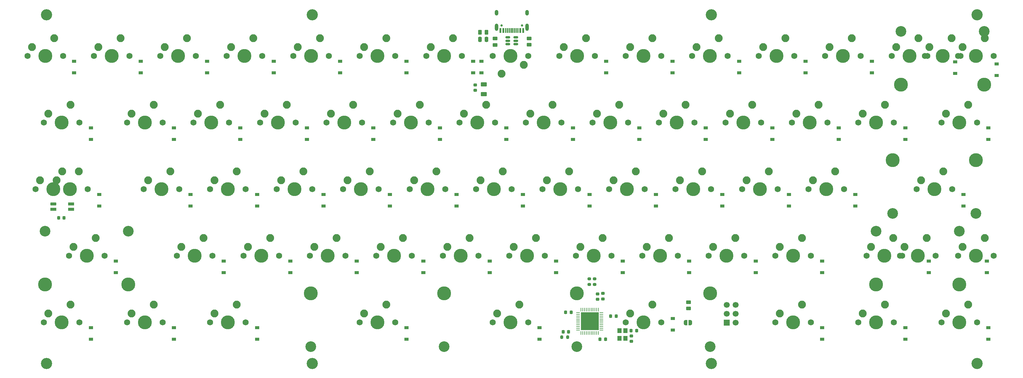
<source format=gbr>
%TF.GenerationSoftware,KiCad,Pcbnew,(6.0.4)*%
%TF.CreationDate,2022-05-28T14:43:12-04:00*%
%TF.ProjectId,keyboard,6b657962-6f61-4726-942e-6b696361645f,rev?*%
%TF.SameCoordinates,Original*%
%TF.FileFunction,Soldermask,Bot*%
%TF.FilePolarity,Negative*%
%FSLAX46Y46*%
G04 Gerber Fmt 4.6, Leading zero omitted, Abs format (unit mm)*
G04 Created by KiCad (PCBNEW (6.0.4)) date 2022-05-28 14:43:12*
%MOMM*%
%LPD*%
G01*
G04 APERTURE LIST*
G04 Aperture macros list*
%AMRoundRect*
0 Rectangle with rounded corners*
0 $1 Rounding radius*
0 $2 $3 $4 $5 $6 $7 $8 $9 X,Y pos of 4 corners*
0 Add a 4 corners polygon primitive as box body*
4,1,4,$2,$3,$4,$5,$6,$7,$8,$9,$2,$3,0*
0 Add four circle primitives for the rounded corners*
1,1,$1+$1,$2,$3*
1,1,$1+$1,$4,$5*
1,1,$1+$1,$6,$7*
1,1,$1+$1,$8,$9*
0 Add four rect primitives between the rounded corners*
20,1,$1+$1,$2,$3,$4,$5,0*
20,1,$1+$1,$4,$5,$6,$7,0*
20,1,$1+$1,$6,$7,$8,$9,0*
20,1,$1+$1,$8,$9,$2,$3,0*%
%AMFreePoly0*
4,1,22,0.500000,-0.750000,0.000000,-0.750000,0.000000,-0.745033,-0.079941,-0.743568,-0.215256,-0.701293,-0.333266,-0.622738,-0.424486,-0.514219,-0.481581,-0.384460,-0.499164,-0.250000,-0.500000,-0.250000,-0.500000,0.250000,-0.499164,0.250000,-0.499963,0.256109,-0.478152,0.396186,-0.417904,0.524511,-0.324060,0.630769,-0.204165,0.706417,-0.067858,0.745374,0.000000,0.744959,0.000000,0.750000,
0.500000,0.750000,0.500000,-0.750000,0.500000,-0.750000,$1*%
%AMFreePoly1*
4,1,20,0.000000,0.744959,0.073905,0.744508,0.209726,0.703889,0.328688,0.626782,0.421226,0.519385,0.479903,0.390333,0.500000,0.250000,0.500000,-0.250000,0.499851,-0.262216,0.476331,-0.402017,0.414519,-0.529596,0.319384,-0.634700,0.198574,-0.708877,0.061801,-0.746166,0.000000,-0.745033,0.000000,-0.750000,-0.500000,-0.750000,-0.500000,0.750000,0.000000,0.750000,0.000000,0.744959,
0.000000,0.744959,$1*%
G04 Aperture macros list end*
%ADD10FreePoly0,0.000000*%
%ADD11FreePoly1,0.000000*%
%ADD12C,3.200000*%
%ADD13C,2.250000*%
%ADD14C,1.750000*%
%ADD15C,3.987800*%
%ADD16C,3.048000*%
%ADD17R,1.700000X1.700000*%
%ADD18C,1.700000*%
%ADD19RoundRect,0.225000X-0.225000X-0.250000X0.225000X-0.250000X0.225000X0.250000X-0.225000X0.250000X0*%
%ADD20RoundRect,0.225000X0.225000X0.250000X-0.225000X0.250000X-0.225000X-0.250000X0.225000X-0.250000X0*%
%ADD21RoundRect,0.225000X0.250000X-0.225000X0.250000X0.225000X-0.250000X0.225000X-0.250000X-0.225000X0*%
%ADD22RoundRect,0.225000X-0.250000X0.225000X-0.250000X-0.225000X0.250000X-0.225000X0.250000X0.225000X0*%
%ADD23RoundRect,0.250000X-0.450000X0.262500X-0.450000X-0.262500X0.450000X-0.262500X0.450000X0.262500X0*%
%ADD24RoundRect,0.250000X0.450000X-0.262500X0.450000X0.262500X-0.450000X0.262500X-0.450000X-0.262500X0*%
%ADD25RoundRect,0.200000X0.275000X-0.200000X0.275000X0.200000X-0.275000X0.200000X-0.275000X-0.200000X0*%
%ADD26RoundRect,0.200000X-0.200000X-0.275000X0.200000X-0.275000X0.200000X0.275000X-0.200000X0.275000X0*%
%ADD27RoundRect,0.250000X0.625000X-0.375000X0.625000X0.375000X-0.625000X0.375000X-0.625000X-0.375000X0*%
%ADD28O,1.000000X2.100000*%
%ADD29O,1.000000X1.600000*%
%ADD30R,0.600000X1.450000*%
%ADD31R,0.300000X1.450000*%
%ADD32C,0.650000*%
%ADD33RoundRect,0.250000X-0.250000X-0.475000X0.250000X-0.475000X0.250000X0.475000X-0.250000X0.475000X0*%
%ADD34RoundRect,0.250000X-0.262500X-0.450000X0.262500X-0.450000X0.262500X0.450000X-0.262500X0.450000X0*%
%ADD35R,5.200000X5.200000*%
%ADD36RoundRect,0.062500X-0.475000X0.062500X-0.475000X-0.062500X0.475000X-0.062500X0.475000X0.062500X0*%
%ADD37RoundRect,0.062500X-0.062500X0.475000X-0.062500X-0.475000X0.062500X-0.475000X0.062500X0.475000X0*%
%ADD38R,1.200000X1.400000*%
%ADD39R,1.200000X0.900000*%
%ADD40R,1.700000X0.820000*%
%ADD41RoundRect,0.205000X0.645000X0.205000X-0.645000X0.205000X-0.645000X-0.205000X0.645000X-0.205000X0*%
%ADD42RoundRect,0.150000X0.512500X0.150000X-0.512500X0.150000X-0.512500X-0.150000X0.512500X-0.150000X0*%
G04 APERTURE END LIST*
D10*
%TO.C,JP1*%
X192550000Y-85850000D03*
D11*
X193850000Y-85850000D03*
%TD*%
D12*
%TO.C,M7*%
X199871000Y2255000D03*
%TD*%
%TO.C,M8*%
X275871000Y2255000D03*
%TD*%
%TO.C,M6*%
X85871000Y2255000D03*
%TD*%
%TO.C,M5*%
X9871000Y2255000D03*
%TD*%
%TO.C,M1*%
X9871000Y-97495000D03*
%TD*%
%TO.C,M2*%
X85871000Y-97495000D03*
%TD*%
%TO.C,M3*%
X199871000Y-97495000D03*
%TD*%
%TO.C,M4*%
X275871000Y-97495000D03*
%TD*%
D13*
%TO.C,K10*%
X164040000Y-4445000D03*
X157690000Y-6985000D03*
D14*
X156420000Y-9525000D03*
D15*
X161500000Y-9525000D03*
D14*
X166580000Y-9525000D03*
%TD*%
D13*
%TO.C,K29*%
X273290000Y-23495000D03*
X266940000Y-26035000D03*
D14*
X265670000Y-28575000D03*
D15*
X270750000Y-28575000D03*
D14*
X275830000Y-28575000D03*
%TD*%
D13*
%TO.C,K9*%
X139960000Y-14605000D03*
X146310000Y-12065000D03*
D14*
X137420000Y-9525000D03*
D15*
X142500000Y-9525000D03*
D14*
X147580000Y-9525000D03*
%TD*%
D13*
%TO.C,K2*%
X12065000Y-4445000D03*
X5715000Y-6985000D03*
D14*
X4445000Y-9525000D03*
D15*
X9525000Y-9525000D03*
D14*
X14605000Y-9525000D03*
%TD*%
D13*
%TO.C,K5*%
X69040000Y-4445000D03*
X62690000Y-6985000D03*
D14*
X61420000Y-9525000D03*
D15*
X66500000Y-9525000D03*
D14*
X71580000Y-9525000D03*
%TD*%
D13*
%TO.C,K11*%
X183040000Y-4445000D03*
X176690000Y-6985000D03*
D14*
X175420000Y-9525000D03*
X185580000Y-9525000D03*
D15*
X180500000Y-9525000D03*
%TD*%
D13*
%TO.C,MX2*%
X19165000Y-42545000D03*
X12815000Y-45085000D03*
D14*
X11545000Y-47625000D03*
D15*
X16625000Y-47625000D03*
D14*
X21705000Y-47625000D03*
%TD*%
D13*
%TO.C,K54*%
X206790000Y-61595000D03*
X200440000Y-64135000D03*
D15*
X204250000Y-66675000D03*
D14*
X209330000Y-66675000D03*
X199170000Y-66675000D03*
%TD*%
D13*
%TO.C,K66*%
X225790000Y-80645000D03*
X219440000Y-83185000D03*
D15*
X223250000Y-85725000D03*
D14*
X228330000Y-85725000D03*
X218170000Y-85725000D03*
%TD*%
D13*
%TO.C,K35*%
X102290000Y-42545000D03*
X95940000Y-45085000D03*
D14*
X104830000Y-47625000D03*
X94670000Y-47625000D03*
D15*
X99750000Y-47625000D03*
%TD*%
D13*
%TO.C,K43*%
X266165000Y-42545000D03*
X259815000Y-45085000D03*
D15*
X275531250Y-39370000D03*
D16*
X251718750Y-54610000D03*
D15*
X251718750Y-39370000D03*
D16*
X275531250Y-54610000D03*
D15*
X263625000Y-47625000D03*
D14*
X258545000Y-47625000D03*
X268705000Y-47625000D03*
%TD*%
D13*
%TO.C,K16*%
X16790000Y-23495000D03*
X10440000Y-26035000D03*
D15*
X14250000Y-28575000D03*
D14*
X19330000Y-28575000D03*
X9170000Y-28575000D03*
%TD*%
D13*
%TO.C,K47*%
X73790000Y-61595000D03*
X67440000Y-64135000D03*
D14*
X76330000Y-66675000D03*
X66170000Y-66675000D03*
D15*
X71250000Y-66675000D03*
%TD*%
D13*
%TO.C,K63*%
X107040000Y-80645000D03*
X100690000Y-83185000D03*
D15*
X85450000Y-77470000D03*
D16*
X85450000Y-92710000D03*
D15*
X104500000Y-85725000D03*
D14*
X99420000Y-85725000D03*
D16*
X123550000Y-92710000D03*
D14*
X109580000Y-85725000D03*
D15*
X123550000Y-77470000D03*
%TD*%
D13*
%TO.C,K22*%
X135540000Y-23495000D03*
X129190000Y-26035000D03*
D15*
X133000000Y-28575000D03*
D14*
X127920000Y-28575000D03*
X138080000Y-28575000D03*
%TD*%
D13*
%TO.C,K26*%
X211540000Y-23495000D03*
X205190000Y-26035000D03*
D14*
X214080000Y-28575000D03*
X203920000Y-28575000D03*
D15*
X209000000Y-28575000D03*
%TD*%
D13*
%TO.C,K53*%
X187790000Y-61595000D03*
X181440000Y-64135000D03*
D14*
X190330000Y-66675000D03*
X180170000Y-66675000D03*
D15*
X185250000Y-66675000D03*
%TD*%
D13*
%TO.C,K15*%
X259040000Y-4445000D03*
X252690000Y-6985000D03*
D15*
X256500000Y-9525000D03*
D14*
X261580000Y-9525000D03*
X251420000Y-9525000D03*
%TD*%
D13*
%TO.C,K32*%
X45290000Y-42545000D03*
X38940000Y-45085000D03*
D14*
X37670000Y-47625000D03*
D15*
X42750000Y-47625000D03*
D14*
X47830000Y-47625000D03*
%TD*%
D13*
%TO.C,K65*%
X183040000Y-80645000D03*
X176690000Y-83185000D03*
D15*
X199550000Y-77470000D03*
D16*
X199550000Y-92710000D03*
D14*
X175420000Y-85725000D03*
D16*
X161450000Y-92710000D03*
D15*
X161450000Y-77470000D03*
D14*
X185580000Y-85725000D03*
D15*
X180500000Y-85725000D03*
%TD*%
D13*
%TO.C,K37*%
X140290000Y-42545000D03*
X133940000Y-45085000D03*
D14*
X142830000Y-47625000D03*
D15*
X137750000Y-47625000D03*
D14*
X132670000Y-47625000D03*
%TD*%
D13*
%TO.C,K24*%
X173540000Y-23495000D03*
X167190000Y-26035000D03*
D15*
X171000000Y-28575000D03*
D14*
X165920000Y-28575000D03*
X176080000Y-28575000D03*
%TD*%
D13*
%TO.C,K14*%
X240040000Y-4445000D03*
X233690000Y-6985000D03*
D14*
X242580000Y-9525000D03*
D15*
X237500000Y-9525000D03*
D14*
X232420000Y-9525000D03*
%TD*%
D13*
%TO.C,K52*%
X168790000Y-61595000D03*
X162440000Y-64135000D03*
D14*
X171330000Y-66675000D03*
D15*
X166250000Y-66675000D03*
D14*
X161170000Y-66675000D03*
%TD*%
D13*
%TO.C,K12*%
X202040000Y-4445000D03*
X195690000Y-6985000D03*
D15*
X199500000Y-9525000D03*
D14*
X204580000Y-9525000D03*
X194420000Y-9525000D03*
%TD*%
D13*
%TO.C,K39*%
X178290000Y-42545000D03*
X171940000Y-45085000D03*
D14*
X170670000Y-47625000D03*
D15*
X175750000Y-47625000D03*
D14*
X180830000Y-47625000D03*
%TD*%
D13*
%TO.C,K40*%
X197290000Y-42545000D03*
X190940000Y-45085000D03*
D14*
X199830000Y-47625000D03*
X189670000Y-47625000D03*
D15*
X194750000Y-47625000D03*
%TD*%
D13*
%TO.C,K61*%
X40540000Y-80645000D03*
X34190000Y-83185000D03*
D14*
X32920000Y-85725000D03*
D15*
X38000000Y-85725000D03*
D14*
X43080000Y-85725000D03*
%TD*%
D13*
%TO.C,K21*%
X116540000Y-23495000D03*
X110190000Y-26035000D03*
D14*
X108920000Y-28575000D03*
X119080000Y-28575000D03*
D15*
X114000000Y-28575000D03*
%TD*%
D13*
%TO.C,K46*%
X54790000Y-61595000D03*
X48440000Y-64135000D03*
D14*
X47170000Y-66675000D03*
D15*
X52250000Y-66675000D03*
D14*
X57330000Y-66675000D03*
%TD*%
D13*
%TO.C,K17*%
X40540000Y-23495000D03*
X34190000Y-26035000D03*
D15*
X38000000Y-28575000D03*
D14*
X43080000Y-28575000D03*
X32920000Y-28575000D03*
%TD*%
D13*
%TO.C,K28*%
X249540000Y-23495000D03*
X243190000Y-26035000D03*
D15*
X247000000Y-28575000D03*
D14*
X252080000Y-28575000D03*
X241920000Y-28575000D03*
%TD*%
D13*
%TO.C,K33*%
X64290000Y-42545000D03*
X57940000Y-45085000D03*
D15*
X61750000Y-47625000D03*
D14*
X56670000Y-47625000D03*
X66830000Y-47625000D03*
%TD*%
D13*
%TO.C,K57*%
X278040000Y-61595000D03*
X271690000Y-64135000D03*
D14*
X280580000Y-66675000D03*
D15*
X275500000Y-66675000D03*
D14*
X270420000Y-66675000D03*
%TD*%
D13*
%TO.C,K20*%
X97540000Y-23495000D03*
X91190000Y-26035000D03*
D14*
X100080000Y-28575000D03*
X89920000Y-28575000D03*
D15*
X95000000Y-28575000D03*
%TD*%
D13*
%TO.C,K48*%
X92790000Y-61595000D03*
X86440000Y-64135000D03*
D14*
X95330000Y-66675000D03*
D15*
X90250000Y-66675000D03*
D14*
X85170000Y-66675000D03*
%TD*%
D13*
%TO.C,K44*%
X251915000Y-61595000D03*
X245565000Y-64135000D03*
D15*
X249375000Y-66675000D03*
D14*
X254455000Y-66675000D03*
X244295000Y-66675000D03*
%TD*%
D13*
%TO.C,K42*%
X235290000Y-42545000D03*
X228940000Y-45085000D03*
D15*
X232750000Y-47625000D03*
D14*
X227670000Y-47625000D03*
X237830000Y-47625000D03*
%TD*%
D13*
%TO.C,K19*%
X78540000Y-23495000D03*
X72190000Y-26035000D03*
D14*
X81080000Y-28575000D03*
X70920000Y-28575000D03*
D15*
X76000000Y-28575000D03*
%TD*%
D13*
%TO.C,K3*%
X31040000Y-4445000D03*
X24690000Y-6985000D03*
D15*
X28500000Y-9525000D03*
D14*
X33580000Y-9525000D03*
X23420000Y-9525000D03*
%TD*%
D13*
%TO.C,K4*%
X50040000Y-4445000D03*
X43690000Y-6985000D03*
D15*
X47500000Y-9525000D03*
D14*
X42420000Y-9525000D03*
X52580000Y-9525000D03*
%TD*%
D13*
%TO.C,K56*%
X261415000Y-61595000D03*
X255065000Y-64135000D03*
D15*
X270781250Y-74930000D03*
D14*
X263955000Y-66675000D03*
X253795000Y-66675000D03*
D16*
X270781250Y-59690000D03*
D15*
X258875000Y-66675000D03*
X246968750Y-74930000D03*
D16*
X246968750Y-59690000D03*
%TD*%
D13*
%TO.C,K36*%
X121290000Y-42545000D03*
X114940000Y-45085000D03*
D14*
X113670000Y-47625000D03*
D15*
X118750000Y-47625000D03*
D14*
X123830000Y-47625000D03*
%TD*%
D13*
%TO.C,K18*%
X59540000Y-23495000D03*
X53190000Y-26035000D03*
D15*
X57000000Y-28575000D03*
D14*
X62080000Y-28575000D03*
X51920000Y-28575000D03*
%TD*%
D13*
%TO.C,K38*%
X159290000Y-42545000D03*
X152940000Y-45085000D03*
D14*
X151670000Y-47625000D03*
X161830000Y-47625000D03*
D15*
X156750000Y-47625000D03*
%TD*%
D13*
%TO.C,K51*%
X149790000Y-61595000D03*
X143440000Y-64135000D03*
D15*
X147250000Y-66675000D03*
D14*
X152330000Y-66675000D03*
X142170000Y-66675000D03*
%TD*%
D13*
%TO.C,K59*%
X145040000Y-80645000D03*
X138690000Y-83185000D03*
D15*
X142500000Y-85725000D03*
D14*
X137420000Y-85725000D03*
X147580000Y-85725000D03*
%TD*%
D13*
%TO.C,K68*%
X273290000Y-80645000D03*
X266940000Y-83185000D03*
D15*
X270750000Y-85725000D03*
D14*
X275830000Y-85725000D03*
X265670000Y-85725000D03*
%TD*%
D13*
%TO.C,MX1*%
X14415000Y-42545000D03*
X8065000Y-45085000D03*
D15*
X11875000Y-47625000D03*
D14*
X16955000Y-47625000D03*
X6795000Y-47625000D03*
%TD*%
D13*
%TO.C,K6*%
X88040000Y-4445000D03*
X81690000Y-6985000D03*
D14*
X90580000Y-9525000D03*
X80420000Y-9525000D03*
D15*
X85500000Y-9525000D03*
%TD*%
D13*
%TO.C,K13*%
X221040000Y-4445000D03*
X214690000Y-6985000D03*
D14*
X213420000Y-9525000D03*
D15*
X218500000Y-9525000D03*
D14*
X223580000Y-9525000D03*
%TD*%
D13*
%TO.C,K34*%
X83290000Y-42545000D03*
X76940000Y-45085000D03*
D14*
X75670000Y-47625000D03*
D15*
X80750000Y-47625000D03*
D14*
X85830000Y-47625000D03*
%TD*%
D13*
%TO.C,K8*%
X126040000Y-4445000D03*
X119690000Y-6985000D03*
D14*
X128580000Y-9525000D03*
X118420000Y-9525000D03*
D15*
X123500000Y-9525000D03*
%TD*%
D13*
%TO.C,K7*%
X107040000Y-4445000D03*
X100690000Y-6985000D03*
D14*
X99420000Y-9525000D03*
D15*
X104500000Y-9525000D03*
D14*
X109580000Y-9525000D03*
%TD*%
D13*
%TO.C,K27*%
X230540000Y-23495000D03*
X224190000Y-26035000D03*
D14*
X233080000Y-28575000D03*
X222920000Y-28575000D03*
D15*
X228000000Y-28575000D03*
%TD*%
D13*
%TO.C,K1*%
X268540000Y-4445000D03*
X262190000Y-6985000D03*
D16*
X254093750Y-2540000D03*
D14*
X271080000Y-9525000D03*
D15*
X254093750Y-17780000D03*
D16*
X277906250Y-2540000D03*
D15*
X277906250Y-17780000D03*
X266000000Y-9525000D03*
D14*
X260920000Y-9525000D03*
%TD*%
D13*
%TO.C,K58*%
X278040000Y-4445000D03*
X271690000Y-6985000D03*
D15*
X275500000Y-9525000D03*
D14*
X270420000Y-9525000D03*
X280580000Y-9525000D03*
%TD*%
D13*
%TO.C,K50*%
X130790000Y-61595000D03*
X124440000Y-64135000D03*
D14*
X133330000Y-66675000D03*
X123170000Y-66675000D03*
D15*
X128250000Y-66675000D03*
%TD*%
D13*
%TO.C,K62*%
X64290000Y-80645000D03*
X57940000Y-83185000D03*
D14*
X56670000Y-85725000D03*
D15*
X61750000Y-85725000D03*
D14*
X66830000Y-85725000D03*
%TD*%
D13*
%TO.C,K41*%
X216290000Y-42545000D03*
X209940000Y-45085000D03*
D14*
X218830000Y-47625000D03*
X208670000Y-47625000D03*
D15*
X213750000Y-47625000D03*
%TD*%
D13*
%TO.C,K60*%
X16790000Y-80645000D03*
X10440000Y-83185000D03*
D14*
X19330000Y-85725000D03*
D15*
X14250000Y-85725000D03*
D14*
X9170000Y-85725000D03*
%TD*%
D13*
%TO.C,K45*%
X23915000Y-61595000D03*
X17565000Y-64135000D03*
D15*
X21375000Y-66675000D03*
D14*
X26455000Y-66675000D03*
D15*
X33281250Y-74930000D03*
D16*
X9468750Y-59690000D03*
X33281250Y-59690000D03*
D14*
X16295000Y-66675000D03*
D15*
X9468750Y-74930000D03*
%TD*%
D13*
%TO.C,K25*%
X192540000Y-23495000D03*
X186190000Y-26035000D03*
D14*
X195080000Y-28575000D03*
X184920000Y-28575000D03*
D15*
X190000000Y-28575000D03*
%TD*%
D13*
%TO.C,K23*%
X154540000Y-23495000D03*
X148190000Y-26035000D03*
D15*
X152000000Y-28575000D03*
D14*
X146920000Y-28575000D03*
X157080000Y-28575000D03*
%TD*%
D13*
%TO.C,K67*%
X249540000Y-80645000D03*
X243190000Y-83185000D03*
D14*
X241920000Y-85725000D03*
D15*
X247000000Y-85725000D03*
D14*
X252080000Y-85725000D03*
%TD*%
D13*
%TO.C,K55*%
X225790000Y-61595000D03*
X219440000Y-64135000D03*
D15*
X223250000Y-66675000D03*
D14*
X218170000Y-66675000D03*
X228330000Y-66675000D03*
%TD*%
D13*
%TO.C,K49*%
X111790000Y-61595000D03*
X105440000Y-64135000D03*
D15*
X109250000Y-66675000D03*
D14*
X114330000Y-66675000D03*
X104170000Y-66675000D03*
%TD*%
D17*
%TO.C,J2*%
X204334200Y-85840000D03*
D18*
X206874200Y-85840000D03*
X204334200Y-83300000D03*
X206874200Y-83300000D03*
X204334200Y-80760000D03*
X206874200Y-80760000D03*
%TD*%
D19*
%TO.C,C1*%
X171125000Y-84000000D03*
X172675000Y-84000000D03*
%TD*%
%TO.C,C2*%
X168075000Y-90550000D03*
X169625000Y-90550000D03*
%TD*%
D20*
%TO.C,C4*%
X159825000Y-82850000D03*
X158275000Y-82850000D03*
%TD*%
D21*
%TO.C,C5*%
X167400000Y-79175000D03*
X167400000Y-77625000D03*
%TD*%
D22*
%TO.C,C6*%
X177000000Y-89625000D03*
X177000000Y-91175000D03*
%TD*%
D19*
%TO.C,C7*%
X176975000Y-88150000D03*
X178525000Y-88150000D03*
%TD*%
D22*
%TO.C,C8*%
X132411600Y-17842400D03*
X132411600Y-19392400D03*
%TD*%
D23*
%TO.C,R1*%
X138100000Y-4587500D03*
X138100000Y-6412500D03*
%TD*%
D24*
%TO.C,R2*%
X147800000Y-6362500D03*
X147800000Y-4537500D03*
%TD*%
D25*
%TO.C,R3*%
X166550000Y-74925000D03*
X166550000Y-73275000D03*
%TD*%
D26*
%TO.C,R5*%
X157175000Y-90000000D03*
X158825000Y-90000000D03*
%TD*%
D24*
%TO.C,R6*%
X193345698Y-81812500D03*
X193345698Y-79987500D03*
%TD*%
D27*
%TO.C,F1*%
X134850000Y-20500000D03*
X134850000Y-17700000D03*
%TD*%
D25*
%TO.C,R4*%
X165000000Y-74925000D03*
X165000000Y-73275000D03*
%TD*%
D28*
%TO.C,J1*%
X138550000Y-1340000D03*
D29*
X138550000Y2840000D03*
X147190000Y2840000D03*
D28*
X147190000Y-1340000D03*
D30*
X139620000Y-2255000D03*
X140420000Y-2255000D03*
D31*
X141120000Y-2255000D03*
X142120000Y-2255000D03*
X143620000Y-2255000D03*
X144620000Y-2255000D03*
D30*
X145320000Y-2255000D03*
X146120000Y-2255000D03*
X146120000Y-2255000D03*
X145320000Y-2255000D03*
D31*
X144120000Y-2255000D03*
X143120000Y-2255000D03*
X142620000Y-2255000D03*
X141620000Y-2255000D03*
D30*
X140420000Y-2255000D03*
X139620000Y-2255000D03*
D32*
X145760000Y-810000D03*
X139980000Y-810000D03*
%TD*%
D33*
%TO.C,C9*%
X133750000Y-4800000D03*
X135650000Y-4800000D03*
%TD*%
D34*
%TO.C,R7*%
X133800000Y-2750000D03*
X135625000Y-2750000D03*
%TD*%
D35*
%TO.C,U3*%
X165150000Y-85450000D03*
D36*
X161812500Y-82950000D03*
X161812500Y-83450000D03*
X161812500Y-83950000D03*
X161812500Y-84450000D03*
X161812500Y-84950000D03*
X161812500Y-85450000D03*
X161812500Y-85950000D03*
X161812500Y-86450000D03*
X161812500Y-86950000D03*
X161812500Y-87450000D03*
X161812500Y-87950000D03*
D37*
X162650000Y-88787500D03*
X163150000Y-88787500D03*
X163650000Y-88787500D03*
X164150000Y-88787500D03*
X164650000Y-88787500D03*
X165150000Y-88787500D03*
X165650000Y-88787500D03*
X166150000Y-88787500D03*
X166650000Y-88787500D03*
X167150000Y-88787500D03*
X167650000Y-88787500D03*
D36*
X168487500Y-87950000D03*
X168487500Y-87450000D03*
X168487500Y-86950000D03*
X168487500Y-86450000D03*
X168487500Y-85950000D03*
X168487500Y-85450000D03*
X168487500Y-84950000D03*
X168487500Y-84450000D03*
X168487500Y-83950000D03*
X168487500Y-83450000D03*
X168487500Y-82950000D03*
D37*
X167650000Y-82112500D03*
X167150000Y-82112500D03*
X166650000Y-82112500D03*
X166150000Y-82112500D03*
X165650000Y-82112500D03*
X165150000Y-82112500D03*
X164650000Y-82112500D03*
X164150000Y-82112500D03*
X163650000Y-82112500D03*
X163150000Y-82112500D03*
X162650000Y-82112500D03*
%TD*%
D38*
%TO.C,Y1*%
X175350000Y-88150000D03*
X175350000Y-90350000D03*
X173650000Y-90350000D03*
X173650000Y-88150000D03*
%TD*%
D39*
%TO.C,D55*%
X281437500Y-15143750D03*
X281437500Y-11843750D03*
%TD*%
%TO.C,D30*%
X51062500Y-52450000D03*
X51062500Y-49150000D03*
%TD*%
%TO.C,D33*%
X108062500Y-52450000D03*
X108062500Y-49150000D03*
%TD*%
%TO.C,D25*%
X217312500Y-33400000D03*
X217312500Y-30100000D03*
%TD*%
%TO.C,D7*%
X131812500Y-14350000D03*
X131812500Y-11050000D03*
%TD*%
%TO.C,D15*%
X22562500Y-33400000D03*
X22562500Y-30100000D03*
%TD*%
%TO.C,D38*%
X203062500Y-52450000D03*
X203062500Y-49150000D03*
%TD*%
%TO.C,D48*%
X155562500Y-71500000D03*
X155562500Y-68200000D03*
%TD*%
%TO.C,D14*%
X269562500Y-14518750D03*
X269562500Y-11218750D03*
%TD*%
%TO.C,D45*%
X98562500Y-71500000D03*
X98562500Y-68200000D03*
%TD*%
%TO.C,D16*%
X46312500Y-33400000D03*
X46312500Y-30100000D03*
%TD*%
%TO.C,D51*%
X212562500Y-71500000D03*
X212562500Y-68200000D03*
%TD*%
%TO.C,D46*%
X117562500Y-71500000D03*
X117562500Y-68200000D03*
%TD*%
%TO.C,D22*%
X160312500Y-33400000D03*
X160312500Y-30100000D03*
%TD*%
%TO.C,D64*%
X279062500Y-90550000D03*
X279062500Y-87250000D03*
%TD*%
%TO.C,D21*%
X141312500Y-33400000D03*
X141312500Y-30100000D03*
%TD*%
%TO.C,D43*%
X60562500Y-71500000D03*
X60562500Y-68200000D03*
%TD*%
%TO.C,D56*%
X22562500Y-90550000D03*
X22562500Y-87250000D03*
%TD*%
%TO.C,D8*%
X134187500Y-14350000D03*
X134187500Y-11050000D03*
%TD*%
D19*
%TO.C,C3*%
X13350000Y-55850000D03*
X14900000Y-55850000D03*
%TD*%
D39*
%TO.C,D37*%
X184062500Y-52450000D03*
X184062500Y-49150000D03*
%TD*%
%TO.C,D18*%
X84312500Y-33400000D03*
X84312500Y-30100000D03*
%TD*%
%TO.C,D13*%
X245812500Y-14350000D03*
X245812500Y-11050000D03*
%TD*%
%TO.C,D35*%
X146062500Y-52450000D03*
X146062500Y-49150000D03*
%TD*%
D21*
%TO.C,C10*%
X168900000Y-79025000D03*
X168900000Y-77475000D03*
%TD*%
D39*
%TO.C,D19*%
X103312500Y-33400000D03*
X103312500Y-30100000D03*
%TD*%
%TO.C,D50*%
X193562500Y-71500000D03*
X193562500Y-68200000D03*
%TD*%
%TO.C,D4*%
X74812500Y-14350000D03*
X74812500Y-11050000D03*
%TD*%
D40*
%TO.C,D65*%
X16925000Y-53375000D03*
X16925000Y-51875000D03*
D41*
X11825000Y-51875000D03*
D40*
X11825000Y-53375000D03*
%TD*%
D39*
%TO.C,D11*%
X207812500Y-14350000D03*
X207812500Y-11050000D03*
%TD*%
%TO.C,D1*%
X17812500Y-14350000D03*
X17812500Y-11050000D03*
%TD*%
%TO.C,D10*%
X188812500Y-14350000D03*
X188812500Y-11050000D03*
%TD*%
%TO.C,D24*%
X198312500Y-33400000D03*
X198312500Y-30100000D03*
%TD*%
%TO.C,D62*%
X231562500Y-90550000D03*
X231562500Y-87250000D03*
%TD*%
%TO.C,D20*%
X122312500Y-33400000D03*
X122312500Y-30100000D03*
%TD*%
%TO.C,D32*%
X89062500Y-52450000D03*
X89062500Y-49150000D03*
%TD*%
%TO.C,D2*%
X36812500Y-14350000D03*
X36812500Y-11050000D03*
%TD*%
%TO.C,D36*%
X165062500Y-52450000D03*
X165062500Y-49150000D03*
%TD*%
%TO.C,D54*%
X278625000Y-71500000D03*
X278625000Y-68200000D03*
%TD*%
%TO.C,D40*%
X241062500Y-52450000D03*
X241062500Y-49150000D03*
%TD*%
%TO.C,D3*%
X55812500Y-14350000D03*
X55812500Y-11050000D03*
%TD*%
%TO.C,D52*%
X231562500Y-71500000D03*
X231562500Y-68200000D03*
%TD*%
%TO.C,D57*%
X46312500Y-90550000D03*
X46312500Y-87250000D03*
%TD*%
%TO.C,D6*%
X112812500Y-14350000D03*
X112812500Y-11050000D03*
%TD*%
%TO.C,D5*%
X93812500Y-14350000D03*
X93812500Y-11050000D03*
%TD*%
%TO.C,D9*%
X169812500Y-14350000D03*
X169812500Y-11050000D03*
%TD*%
%TO.C,D29*%
X24937500Y-52450000D03*
X24937500Y-49150000D03*
%TD*%
%TO.C,D60*%
X150812500Y-90550000D03*
X150812500Y-87250000D03*
%TD*%
%TO.C,D58*%
X70062500Y-90550000D03*
X70062500Y-87250000D03*
%TD*%
%TO.C,D44*%
X79562500Y-71500000D03*
X79562500Y-68200000D03*
%TD*%
%TO.C,D63*%
X255312500Y-90550000D03*
X255312500Y-87250000D03*
%TD*%
%TO.C,D41*%
X271937500Y-52450000D03*
X271937500Y-49150000D03*
%TD*%
%TO.C,D23*%
X179312500Y-33400000D03*
X179312500Y-30100000D03*
%TD*%
D42*
%TO.C,U1*%
X143987500Y-4250000D03*
X143987500Y-5200000D03*
X143987500Y-6150000D03*
X141712500Y-6150000D03*
X141712500Y-5200000D03*
X141712500Y-4250000D03*
%TD*%
D39*
%TO.C,D59*%
X112812500Y-90550000D03*
X112812500Y-87250000D03*
%TD*%
D20*
%TO.C,C11*%
X159125000Y-88500000D03*
X157575000Y-88500000D03*
%TD*%
D39*
%TO.C,D47*%
X136562500Y-71500000D03*
X136562500Y-68200000D03*
%TD*%
%TO.C,D39*%
X222062500Y-52450000D03*
X222062500Y-49150000D03*
%TD*%
%TO.C,D49*%
X174562500Y-71500000D03*
X174562500Y-68200000D03*
%TD*%
%TO.C,D27*%
X255312500Y-33400000D03*
X255312500Y-30100000D03*
%TD*%
%TO.C,D42*%
X29687500Y-71500000D03*
X29687500Y-68200000D03*
%TD*%
%TO.C,D26*%
X236312500Y-33400000D03*
X236312500Y-30100000D03*
%TD*%
%TO.C,D53*%
X262000000Y-71500000D03*
X262000000Y-68200000D03*
%TD*%
%TO.C,D31*%
X70062500Y-52450000D03*
X70062500Y-49150000D03*
%TD*%
%TO.C,D34*%
X127062500Y-52450000D03*
X127062500Y-49150000D03*
%TD*%
%TO.C,D12*%
X226812500Y-14350000D03*
X226812500Y-11050000D03*
%TD*%
%TO.C,D61*%
X188900000Y-87950000D03*
X188900000Y-84650000D03*
%TD*%
%TO.C,D28*%
X279062500Y-33400000D03*
X279062500Y-30100000D03*
%TD*%
%TO.C,D17*%
X65312500Y-33400000D03*
X65312500Y-30100000D03*
%TD*%
M02*

</source>
